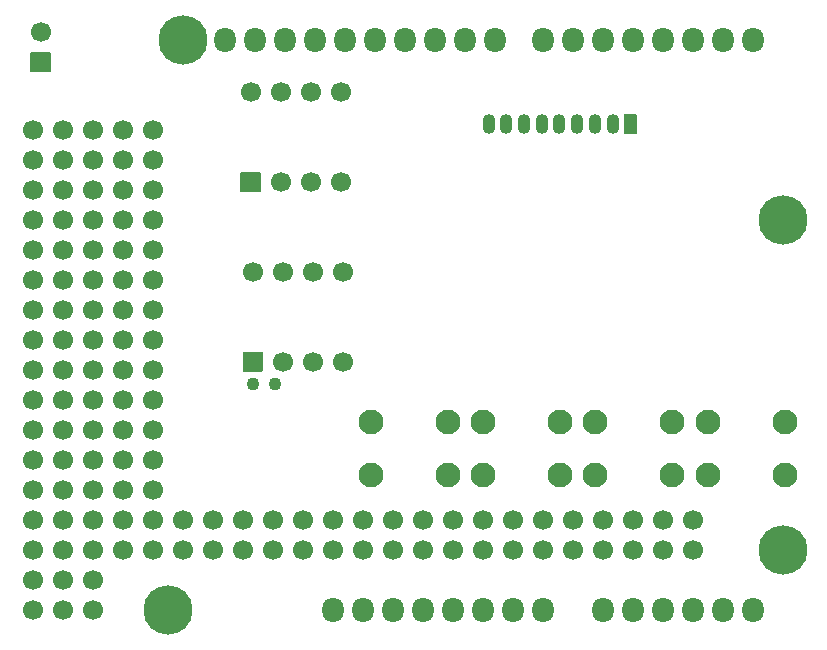
<source format=gbs>
G04 #@! TF.GenerationSoftware,KiCad,Pcbnew,(5.1.12)-1*
G04 #@! TF.CreationDate,2021-12-10T10:06:53+09:00*
G04 #@! TF.ProjectId,kicad_arduino_LCD,6b696361-645f-4617-9264-75696e6f5f4c,rev?*
G04 #@! TF.SameCoordinates,PX7339f30PY4576b0c*
G04 #@! TF.FileFunction,Soldermask,Bot*
G04 #@! TF.FilePolarity,Negative*
%FSLAX45Y45*%
G04 Gerber Fmt 4.5, Leading zero omitted, Abs format (unit mm)*
G04 Created by KiCad (PCBNEW (5.1.12)-1) date 2021-12-10 10:06:53*
%MOMM*%
%LPD*%
G01*
G04 APERTURE LIST*
%ADD10O,1.827200X2.132000*%
%ADD11O,1.100000X1.700000*%
%ADD12C,1.700000*%
%ADD13C,2.100000*%
%ADD14C,4.164000*%
%ADD15C,1.100000*%
G04 APERTURE END LIST*
D10*
X4165600Y-254000D03*
X3911600Y-254000D03*
X3657600Y-254000D03*
X3403600Y-254000D03*
X3149600Y-254000D03*
X2895600Y-254000D03*
X2641600Y-254000D03*
X2387600Y-254000D03*
X2133600Y-254000D03*
X1879600Y-254000D03*
D11*
X4111000Y-969000D03*
X4261000Y-969000D03*
X4411000Y-969000D03*
X4561000Y-969000D03*
X4711000Y-969000D03*
X4861000Y-969000D03*
X5011000Y-969000D03*
X5161000Y-969000D03*
G36*
G01*
X5366000Y-889000D02*
X5366000Y-1049000D01*
G75*
G02*
X5361000Y-1054000I-5000J0D01*
G01*
X5261000Y-1054000D01*
G75*
G02*
X5256000Y-1049000I0J5000D01*
G01*
X5256000Y-889000D01*
G75*
G02*
X5261000Y-884000I5000J0D01*
G01*
X5361000Y-884000D01*
G75*
G02*
X5366000Y-889000I0J-5000D01*
G01*
G37*
D12*
X762000Y-4826000D03*
X762000Y-5080000D03*
X508000Y-4826000D03*
X508000Y-5080000D03*
X254000Y-4826000D03*
X254000Y-5080000D03*
X5842000Y-4318000D03*
X5842000Y-4572000D03*
X5588000Y-4318000D03*
X5334000Y-4572000D03*
X5588000Y-4572000D03*
X5334000Y-4318000D03*
X4826000Y-4572000D03*
X4064000Y-4572000D03*
X5080000Y-4572000D03*
X4318000Y-4572000D03*
X4572000Y-4572000D03*
X4826000Y-4318000D03*
X4064000Y-4318000D03*
X5080000Y-4318000D03*
X4318000Y-4318000D03*
X4572000Y-4318000D03*
X3556000Y-4572000D03*
X2794000Y-4572000D03*
X3810000Y-4572000D03*
X3048000Y-4572000D03*
X3302000Y-4572000D03*
X3556000Y-4318000D03*
X2794000Y-4318000D03*
X3810000Y-4318000D03*
X3048000Y-4318000D03*
X3302000Y-4318000D03*
X2286000Y-4572000D03*
X1524000Y-4572000D03*
X2540000Y-4572000D03*
X1778000Y-4572000D03*
X2032000Y-4572000D03*
X2286000Y-4318000D03*
X1524000Y-4318000D03*
X2540000Y-4318000D03*
X1778000Y-4318000D03*
X2032000Y-4318000D03*
X1016000Y-4572000D03*
X254000Y-4572000D03*
X1270000Y-4572000D03*
X508000Y-4572000D03*
X762000Y-4572000D03*
X1016000Y-4318000D03*
X254000Y-4318000D03*
X1270000Y-4318000D03*
X508000Y-4318000D03*
X762000Y-4318000D03*
X1016000Y-4064000D03*
X254000Y-4064000D03*
X1270000Y-4064000D03*
X508000Y-4064000D03*
X762000Y-4064000D03*
X1016000Y-3810000D03*
X254000Y-3810000D03*
X1270000Y-3810000D03*
X508000Y-3810000D03*
X762000Y-3810000D03*
X1016000Y-3556000D03*
X254000Y-3556000D03*
X1270000Y-3556000D03*
X508000Y-3556000D03*
X762000Y-3556000D03*
X1016000Y-3302000D03*
X254000Y-3302000D03*
X1270000Y-3302000D03*
X508000Y-3302000D03*
X762000Y-3302000D03*
X1016000Y-3048000D03*
X254000Y-3048000D03*
X1270000Y-3048000D03*
X508000Y-3048000D03*
X762000Y-3048000D03*
X1016000Y-2794000D03*
X254000Y-2794000D03*
X1270000Y-2794000D03*
X508000Y-2794000D03*
X762000Y-2794000D03*
X1016000Y-2540000D03*
X254000Y-2540000D03*
X1270000Y-2540000D03*
X508000Y-2540000D03*
X762000Y-2540000D03*
X1016000Y-2286000D03*
X254000Y-2286000D03*
X1270000Y-2286000D03*
X508000Y-2286000D03*
X762000Y-2286000D03*
X1016000Y-2032000D03*
X254000Y-2032000D03*
X1270000Y-2032000D03*
X508000Y-2032000D03*
X762000Y-2032000D03*
X1016000Y-1778000D03*
X254000Y-1778000D03*
X1270000Y-1778000D03*
X508000Y-1778000D03*
X762000Y-1778000D03*
X1016000Y-1524000D03*
X254000Y-1524000D03*
X1270000Y-1524000D03*
X508000Y-1524000D03*
X762000Y-1524000D03*
X1016000Y-1270000D03*
X254000Y-1270000D03*
X1270000Y-1270000D03*
X508000Y-1270000D03*
X762000Y-1270000D03*
X1270000Y-1016000D03*
X1016000Y-1016000D03*
X762000Y-1016000D03*
X508000Y-1016000D03*
X254000Y-1016000D03*
D13*
X5969000Y-3487000D03*
X6619000Y-3487000D03*
X5969000Y-3937000D03*
X6619000Y-3937000D03*
D10*
X6350000Y-254000D03*
X6096000Y-254000D03*
X5842000Y-254000D03*
X5588000Y-254000D03*
X5334000Y-254000D03*
X5080000Y-254000D03*
X4826000Y-254000D03*
X4572000Y-254000D03*
D14*
X6604000Y-1778000D03*
X1524000Y-254000D03*
X6604000Y-4572000D03*
X1397000Y-5080000D03*
D10*
X6350000Y-5080000D03*
X6096000Y-5080000D03*
X5842000Y-5080000D03*
X5588000Y-5080000D03*
X5334000Y-5080000D03*
X5080000Y-5080000D03*
X4572000Y-5080000D03*
X4318000Y-5080000D03*
X4064000Y-5080000D03*
X3810000Y-5080000D03*
X3556000Y-5080000D03*
X3302000Y-5080000D03*
X3048000Y-5080000D03*
X2794000Y-5080000D03*
G36*
G01*
X397500Y-529500D02*
X237500Y-529500D01*
G75*
G02*
X232500Y-524500I0J5000D01*
G01*
X232500Y-364500D01*
G75*
G02*
X237500Y-359500I5000J0D01*
G01*
X397500Y-359500D01*
G75*
G02*
X402500Y-364500I0J-5000D01*
G01*
X402500Y-524500D01*
G75*
G02*
X397500Y-529500I-5000J0D01*
G01*
G37*
D12*
X317500Y-190500D03*
D13*
X5664600Y-3937000D03*
X5014600Y-3937000D03*
X5664600Y-3487000D03*
X5014600Y-3487000D03*
X4064600Y-3487000D03*
X4714600Y-3487000D03*
X4064600Y-3937000D03*
X4714600Y-3937000D03*
X3764600Y-3937000D03*
X3114600Y-3937000D03*
X3764600Y-3487000D03*
X3114600Y-3487000D03*
D15*
X2114000Y-3169000D03*
X2304000Y-3169000D03*
G36*
G01*
X2194000Y-3063500D02*
X2034000Y-3063500D01*
G75*
G02*
X2029000Y-3058500I0J5000D01*
G01*
X2029000Y-2898500D01*
G75*
G02*
X2034000Y-2893500I5000J0D01*
G01*
X2194000Y-2893500D01*
G75*
G02*
X2199000Y-2898500I0J-5000D01*
G01*
X2199000Y-3058500D01*
G75*
G02*
X2194000Y-3063500I-5000J0D01*
G01*
G37*
D12*
X2876000Y-2216500D03*
X2368000Y-2978500D03*
X2622000Y-2216500D03*
X2622000Y-2978500D03*
X2368000Y-2216500D03*
X2876000Y-2978500D03*
X2114000Y-2216500D03*
G36*
G01*
X2175500Y-1545500D02*
X2015500Y-1545500D01*
G75*
G02*
X2010500Y-1540500I0J5000D01*
G01*
X2010500Y-1380500D01*
G75*
G02*
X2015500Y-1375500I5000J0D01*
G01*
X2175500Y-1375500D01*
G75*
G02*
X2180500Y-1380500I0J-5000D01*
G01*
X2180500Y-1540500D01*
G75*
G02*
X2175500Y-1545500I-5000J0D01*
G01*
G37*
X2857500Y-698500D03*
X2349500Y-1460500D03*
X2603500Y-698500D03*
X2603500Y-1460500D03*
X2349500Y-698500D03*
X2857500Y-1460500D03*
X2095500Y-698500D03*
M02*

</source>
